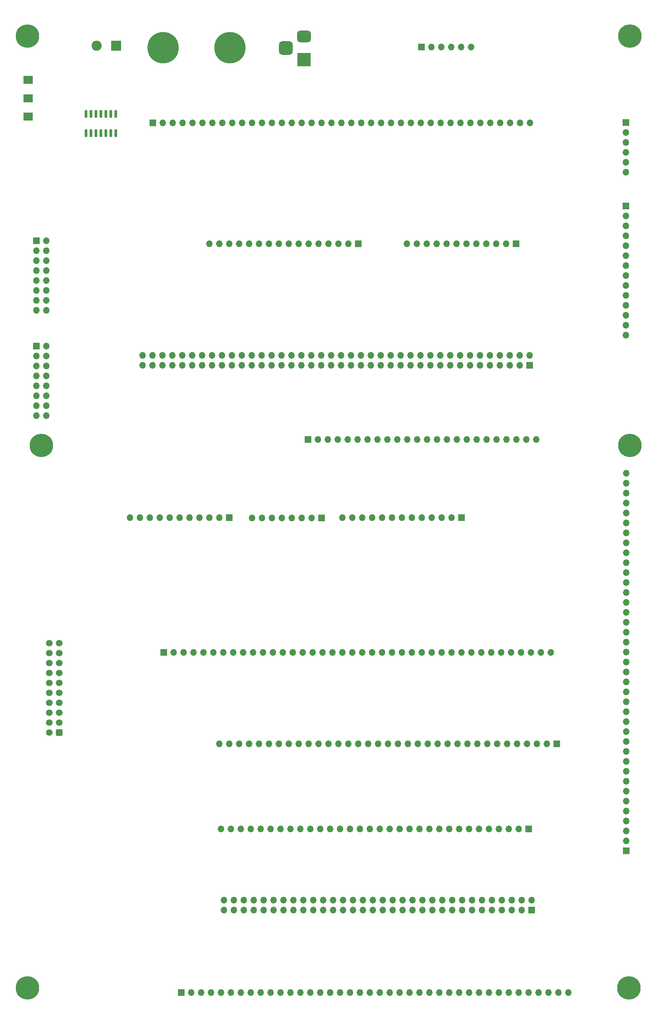
<source format=gbr>
%TF.GenerationSoftware,KiCad,Pcbnew,(6.0.0-0)*%
%TF.CreationDate,2022-10-19T23:06:28-04:00*%
%TF.ProjectId,Backplane-Concept-Vertical,4261636b-706c-4616-9e65-2d436f6e6365,rev?*%
%TF.SameCoordinates,Original*%
%TF.FileFunction,Soldermask,Top*%
%TF.FilePolarity,Negative*%
%FSLAX46Y46*%
G04 Gerber Fmt 4.6, Leading zero omitted, Abs format (unit mm)*
G04 Created by KiCad (PCBNEW (6.0.0-0)) date 2022-10-19 23:06:28*
%MOMM*%
%LPD*%
G01*
G04 APERTURE LIST*
G04 Aperture macros list*
%AMRoundRect*
0 Rectangle with rounded corners*
0 $1 Rounding radius*
0 $2 $3 $4 $5 $6 $7 $8 $9 X,Y pos of 4 corners*
0 Add a 4 corners polygon primitive as box body*
4,1,4,$2,$3,$4,$5,$6,$7,$8,$9,$2,$3,0*
0 Add four circle primitives for the rounded corners*
1,1,$1+$1,$2,$3*
1,1,$1+$1,$4,$5*
1,1,$1+$1,$6,$7*
1,1,$1+$1,$8,$9*
0 Add four rect primitives between the rounded corners*
20,1,$1+$1,$2,$3,$4,$5,0*
20,1,$1+$1,$4,$5,$6,$7,0*
20,1,$1+$1,$6,$7,$8,$9,0*
20,1,$1+$1,$8,$9,$2,$3,0*%
G04 Aperture macros list end*
%ADD10R,3.500000X3.500000*%
%ADD11RoundRect,0.750000X-1.000000X0.750000X-1.000000X-0.750000X1.000000X-0.750000X1.000000X0.750000X0*%
%ADD12RoundRect,0.875000X-0.875000X0.875000X-0.875000X-0.875000X0.875000X-0.875000X0.875000X0.875000X0*%
%ADD13RoundRect,0.250000X0.600000X0.600000X-0.600000X0.600000X-0.600000X-0.600000X0.600000X-0.600000X0*%
%ADD14C,1.700000*%
%ADD15R,1.700000X1.700000*%
%ADD16O,1.700000X1.700000*%
%ADD17C,0.800000*%
%ADD18C,6.000000*%
%ADD19C,8.000000*%
%ADD20RoundRect,0.150000X0.150000X-0.825000X0.150000X0.825000X-0.150000X0.825000X-0.150000X-0.825000X0*%
%ADD21R,2.600000X2.600000*%
%ADD22C,2.600000*%
%ADD23R,2.400000X2.000000*%
G04 APERTURE END LIST*
D10*
%TO.C,J22*%
X302455500Y-94440000D03*
D11*
X302455500Y-88440000D03*
D12*
X297755500Y-91440000D03*
%TD*%
D13*
%TO.C,J19*%
X239771500Y-266446000D03*
D14*
X237231500Y-266446000D03*
X239771500Y-263906000D03*
X237231500Y-263906000D03*
X239771500Y-261366000D03*
X237231500Y-261366000D03*
X239771500Y-258826000D03*
X237231500Y-258826000D03*
X239771500Y-256286000D03*
X237231500Y-256286000D03*
X239771500Y-253746000D03*
X237231500Y-253746000D03*
X239771500Y-251206000D03*
X237231500Y-251206000D03*
X239771500Y-248666000D03*
X237231500Y-248666000D03*
X239771500Y-246126000D03*
X237231500Y-246126000D03*
X239771500Y-243586000D03*
X237231500Y-243586000D03*
%TD*%
D15*
%TO.C,J9*%
X342782000Y-211504000D03*
D16*
X340242000Y-211504000D03*
X337702000Y-211504000D03*
X335162000Y-211504000D03*
X332622000Y-211504000D03*
X330082000Y-211504000D03*
X327542000Y-211504000D03*
X325002000Y-211504000D03*
X322462000Y-211504000D03*
X319922000Y-211504000D03*
X317382000Y-211504000D03*
X314842000Y-211504000D03*
X312302000Y-211504000D03*
%TD*%
D15*
%TO.C,J2*%
X283347000Y-211504000D03*
D16*
X280807000Y-211504000D03*
X278267000Y-211504000D03*
X275727000Y-211504000D03*
X273187000Y-211504000D03*
X270647000Y-211504000D03*
X268107000Y-211504000D03*
X265567000Y-211504000D03*
X263027000Y-211504000D03*
X260487000Y-211504000D03*
X257947000Y-211504000D03*
%TD*%
D17*
%TO.C,REF\u002A\u002A*%
X387416990Y-194630990D03*
X385826000Y-195290000D03*
X388076000Y-193040000D03*
D18*
X385826000Y-193040000D03*
D17*
X384235010Y-191449010D03*
X385826000Y-190790000D03*
X387416990Y-191449010D03*
X384235010Y-194630990D03*
X383576000Y-193040000D03*
%TD*%
D15*
%TO.C,J21*%
X271018000Y-332912000D03*
D16*
X273558000Y-332912000D03*
X276098000Y-332912000D03*
X278638000Y-332912000D03*
X281178000Y-332912000D03*
X283718000Y-332912000D03*
X286258000Y-332912000D03*
X288798000Y-332912000D03*
X291338000Y-332912000D03*
X293878000Y-332912000D03*
X296418000Y-332912000D03*
X298958000Y-332912000D03*
X301498000Y-332912000D03*
X304038000Y-332912000D03*
X306578000Y-332912000D03*
X309118000Y-332912000D03*
X311658000Y-332912000D03*
X314198000Y-332912000D03*
X316738000Y-332912000D03*
X319278000Y-332912000D03*
X321818000Y-332912000D03*
X324358000Y-332912000D03*
X326898000Y-332912000D03*
X329438000Y-332912000D03*
X331978000Y-332912000D03*
X334518000Y-332912000D03*
X337058000Y-332912000D03*
X339598000Y-332912000D03*
X342138000Y-332912000D03*
X344678000Y-332912000D03*
X347218000Y-332912000D03*
X349758000Y-332912000D03*
X352298000Y-332912000D03*
X354838000Y-332912000D03*
X357378000Y-332912000D03*
X359918000Y-332912000D03*
X362458000Y-332912000D03*
X364998000Y-332912000D03*
X367538000Y-332912000D03*
X370078000Y-332912000D03*
%TD*%
D15*
%TO.C,J5*%
X306951000Y-211595000D03*
D16*
X304411000Y-211595000D03*
X301871000Y-211595000D03*
X299331000Y-211595000D03*
X296791000Y-211595000D03*
X294251000Y-211595000D03*
X291711000Y-211595000D03*
X289171000Y-211595000D03*
%TD*%
D18*
%TO.C,REF\u002A\u002A*%
X385826000Y-88392000D03*
D17*
X383576000Y-88392000D03*
X388076000Y-88392000D03*
X387416990Y-89982990D03*
X385826000Y-86142000D03*
X384235010Y-89982990D03*
X384235010Y-86801010D03*
X387416990Y-86801010D03*
X385826000Y-90642000D03*
%TD*%
D15*
%TO.C,J17*%
X233934000Y-167640000D03*
D16*
X236474000Y-167640000D03*
X233934000Y-170180000D03*
X236474000Y-170180000D03*
X233934000Y-172720000D03*
X236474000Y-172720000D03*
X233934000Y-175260000D03*
X236474000Y-175260000D03*
X233934000Y-177800000D03*
X236474000Y-177800000D03*
X233934000Y-180340000D03*
X236474000Y-180340000D03*
X233934000Y-182880000D03*
X236474000Y-182880000D03*
X233934000Y-185420000D03*
X236474000Y-185420000D03*
%TD*%
D15*
%TO.C,J7*%
X367114000Y-269313000D03*
D16*
X364574000Y-269313000D03*
X362034000Y-269313000D03*
X359494000Y-269313000D03*
X356954000Y-269313000D03*
X354414000Y-269313000D03*
X351874000Y-269313000D03*
X349334000Y-269313000D03*
X346794000Y-269313000D03*
X344254000Y-269313000D03*
X341714000Y-269313000D03*
X339174000Y-269313000D03*
X336634000Y-269313000D03*
X334094000Y-269313000D03*
X331554000Y-269313000D03*
X329014000Y-269313000D03*
X326474000Y-269313000D03*
X323934000Y-269313000D03*
X321394000Y-269313000D03*
X318854000Y-269313000D03*
X316314000Y-269313000D03*
X313774000Y-269313000D03*
X311234000Y-269313000D03*
X308694000Y-269313000D03*
X306154000Y-269313000D03*
X303614000Y-269313000D03*
X301074000Y-269313000D03*
X298534000Y-269313000D03*
X295994000Y-269313000D03*
X293454000Y-269313000D03*
X290914000Y-269313000D03*
X288374000Y-269313000D03*
X285834000Y-269313000D03*
X283294000Y-269313000D03*
X280754000Y-269313000D03*
%TD*%
D19*
%TO.C,J12*%
X283464000Y-91376000D03*
%TD*%
%TO.C,J11*%
X266378000Y-91376000D03*
%TD*%
D15*
%TO.C,J14*%
X384810000Y-131826000D03*
D16*
X384810000Y-134366000D03*
X384810000Y-136906000D03*
X384810000Y-139446000D03*
X384810000Y-141986000D03*
X384810000Y-144526000D03*
X384810000Y-147066000D03*
X384810000Y-149606000D03*
X384810000Y-152146000D03*
X384810000Y-154686000D03*
X384810000Y-157226000D03*
X384810000Y-159766000D03*
X384810000Y-162306000D03*
X384810000Y-164846000D03*
%TD*%
D17*
%TO.C,REF\u002A\u002A*%
X383322000Y-331724000D03*
X385572000Y-333974000D03*
D18*
X385572000Y-331724000D03*
D17*
X383981010Y-333314990D03*
X385572000Y-329474000D03*
X387822000Y-331724000D03*
X387162990Y-330133010D03*
X387162990Y-333314990D03*
X383981010Y-330133010D03*
%TD*%
D20*
%TO.C,U1*%
X246634000Y-113219000D03*
X247904000Y-113219000D03*
X249174000Y-113219000D03*
X250444000Y-113219000D03*
X251714000Y-113219000D03*
X252984000Y-113219000D03*
X254254000Y-113219000D03*
X254254000Y-108269000D03*
X252984000Y-108269000D03*
X251714000Y-108269000D03*
X250444000Y-108269000D03*
X249174000Y-108269000D03*
X247904000Y-108269000D03*
X246634000Y-108269000D03*
%TD*%
D15*
%TO.C,J8*%
X316298000Y-141489000D03*
D16*
X313758000Y-141489000D03*
X311218000Y-141489000D03*
X308678000Y-141489000D03*
X306138000Y-141489000D03*
X303598000Y-141489000D03*
X301058000Y-141489000D03*
X298518000Y-141489000D03*
X295978000Y-141489000D03*
X293438000Y-141489000D03*
X290898000Y-141489000D03*
X288358000Y-141489000D03*
X285818000Y-141489000D03*
X283278000Y-141489000D03*
X280738000Y-141489000D03*
X278198000Y-141489000D03*
%TD*%
D15*
%TO.C,J15*%
X263720000Y-110620000D03*
D16*
X266260000Y-110620000D03*
X268800000Y-110620000D03*
X271340000Y-110620000D03*
X273880000Y-110620000D03*
X276420000Y-110620000D03*
X278960000Y-110620000D03*
X281500000Y-110620000D03*
X284040000Y-110620000D03*
X286580000Y-110620000D03*
X289120000Y-110620000D03*
X291660000Y-110620000D03*
X294200000Y-110620000D03*
X296740000Y-110620000D03*
X299280000Y-110620000D03*
X301820000Y-110620000D03*
X304360000Y-110620000D03*
X306900000Y-110620000D03*
X309440000Y-110620000D03*
X311980000Y-110620000D03*
X314520000Y-110620000D03*
X317060000Y-110620000D03*
X319600000Y-110620000D03*
X322140000Y-110620000D03*
X324680000Y-110620000D03*
X327220000Y-110620000D03*
X329760000Y-110620000D03*
X332300000Y-110620000D03*
X334840000Y-110620000D03*
X337380000Y-110620000D03*
X339920000Y-110620000D03*
X342460000Y-110620000D03*
X345000000Y-110620000D03*
X347540000Y-110620000D03*
X350080000Y-110620000D03*
X352620000Y-110620000D03*
X355160000Y-110620000D03*
X357700000Y-110620000D03*
X360240000Y-110620000D03*
%TD*%
D21*
%TO.C,J13*%
X254400000Y-90817000D03*
D22*
X249400000Y-90817000D03*
%TD*%
D15*
%TO.C,J16*%
X384914000Y-296672000D03*
D16*
X384914000Y-294132000D03*
X384914000Y-291592000D03*
X384914000Y-289052000D03*
X384914000Y-286512000D03*
X384914000Y-283972000D03*
X384914000Y-281432000D03*
X384914000Y-278892000D03*
X384914000Y-276352000D03*
X384914000Y-273812000D03*
X384914000Y-271272000D03*
X384914000Y-268732000D03*
X384914000Y-266192000D03*
X384914000Y-263652000D03*
X384914000Y-261112000D03*
X384914000Y-258572000D03*
X384914000Y-256032000D03*
X384914000Y-253492000D03*
X384914000Y-250952000D03*
X384914000Y-248412000D03*
X384914000Y-245872000D03*
X384914000Y-243332000D03*
X384914000Y-240792000D03*
X384914000Y-238252000D03*
X384914000Y-235712000D03*
X384914000Y-233172000D03*
X384914000Y-230632000D03*
X384914000Y-228092000D03*
X384914000Y-225552000D03*
X384914000Y-223012000D03*
X384914000Y-220472000D03*
X384914000Y-217932000D03*
X384914000Y-215392000D03*
X384914000Y-212852000D03*
X384914000Y-210312000D03*
X384914000Y-207772000D03*
X384914000Y-205232000D03*
X384914000Y-202692000D03*
X384914000Y-200152000D03*
%TD*%
D15*
%TO.C,J6*%
X266530000Y-245973000D03*
D16*
X269070000Y-245973000D03*
X271610000Y-245973000D03*
X274150000Y-245973000D03*
X276690000Y-245973000D03*
X279230000Y-245973000D03*
X281770000Y-245973000D03*
X284310000Y-245973000D03*
X286850000Y-245973000D03*
X289390000Y-245973000D03*
X291930000Y-245973000D03*
X294470000Y-245973000D03*
X297010000Y-245973000D03*
X299550000Y-245973000D03*
X302090000Y-245973000D03*
X304630000Y-245973000D03*
X307170000Y-245973000D03*
X309710000Y-245973000D03*
X312250000Y-245973000D03*
X314790000Y-245973000D03*
X317330000Y-245973000D03*
X319870000Y-245973000D03*
X322410000Y-245973000D03*
X324950000Y-245973000D03*
X327490000Y-245973000D03*
X330030000Y-245973000D03*
X332570000Y-245973000D03*
X335110000Y-245973000D03*
X337650000Y-245973000D03*
X340190000Y-245973000D03*
X342730000Y-245973000D03*
X345270000Y-245973000D03*
X347810000Y-245973000D03*
X350350000Y-245973000D03*
X352890000Y-245973000D03*
X355430000Y-245973000D03*
X357970000Y-245973000D03*
X360510000Y-245973000D03*
X363050000Y-245973000D03*
X365590000Y-245973000D03*
%TD*%
D23*
%TO.C,SW1*%
X231871000Y-99605000D03*
X231871000Y-104304000D03*
X231871000Y-109003000D03*
%TD*%
D15*
%TO.C,J1*%
X360172000Y-172583000D03*
D16*
X360172000Y-170043000D03*
X357632000Y-172583000D03*
X357632000Y-170043000D03*
X355092000Y-172583000D03*
X355092000Y-170043000D03*
X352552000Y-172583000D03*
X352552000Y-170043000D03*
X350012000Y-172583000D03*
X350012000Y-170043000D03*
X347472000Y-172583000D03*
X347472000Y-170043000D03*
X344932000Y-172583000D03*
X344932000Y-170043000D03*
X342392000Y-172583000D03*
X342392000Y-170043000D03*
X339852000Y-172583000D03*
X339852000Y-170043000D03*
X337312000Y-172583000D03*
X337312000Y-170043000D03*
X334772000Y-172583000D03*
X334772000Y-170043000D03*
X332232000Y-172583000D03*
X332232000Y-170043000D03*
X329692000Y-172583000D03*
X329692000Y-170043000D03*
X327152000Y-172583000D03*
X327152000Y-170043000D03*
X324612000Y-172583000D03*
X324612000Y-170043000D03*
X322072000Y-172583000D03*
X322072000Y-170043000D03*
X319532000Y-172583000D03*
X319532000Y-170043000D03*
X316992000Y-172583000D03*
X316992000Y-170043000D03*
X314452000Y-172583000D03*
X314452000Y-170043000D03*
X311912000Y-172583000D03*
X311912000Y-170043000D03*
X309372000Y-172583000D03*
X309372000Y-170043000D03*
X306832000Y-172583000D03*
X306832000Y-170043000D03*
X304292000Y-172583000D03*
X304292000Y-170043000D03*
X301752000Y-172583000D03*
X301752000Y-170043000D03*
X299212000Y-172583000D03*
X299212000Y-170043000D03*
X296672000Y-172583000D03*
X296672000Y-170043000D03*
X294132000Y-172583000D03*
X294132000Y-170043000D03*
X291592000Y-172583000D03*
X291592000Y-170043000D03*
X289052000Y-172583000D03*
X289052000Y-170043000D03*
X286512000Y-172583000D03*
X286512000Y-170043000D03*
X283972000Y-172583000D03*
X283972000Y-170043000D03*
X281432000Y-172583000D03*
X281432000Y-170043000D03*
X278892000Y-172583000D03*
X278892000Y-170043000D03*
X276352000Y-172583000D03*
X276352000Y-170043000D03*
X273812000Y-172583000D03*
X273812000Y-170043000D03*
X271272000Y-172583000D03*
X271272000Y-170043000D03*
X268732000Y-172583000D03*
X268732000Y-170043000D03*
X266192000Y-172583000D03*
X266192000Y-170043000D03*
X263652000Y-172583000D03*
X263652000Y-170043000D03*
X261112000Y-172583000D03*
X261112000Y-170043000D03*
%TD*%
D15*
%TO.C,J18*%
X359918000Y-291084000D03*
D16*
X357378000Y-291084000D03*
X354838000Y-291084000D03*
X352298000Y-291084000D03*
X349758000Y-291084000D03*
X347218000Y-291084000D03*
X344678000Y-291084000D03*
X342138000Y-291084000D03*
X339598000Y-291084000D03*
X337058000Y-291084000D03*
X334518000Y-291084000D03*
X331978000Y-291084000D03*
X329438000Y-291084000D03*
X326898000Y-291084000D03*
X324358000Y-291084000D03*
X321818000Y-291084000D03*
X319278000Y-291084000D03*
X316738000Y-291084000D03*
X314198000Y-291084000D03*
X311658000Y-291084000D03*
X309118000Y-291084000D03*
X306578000Y-291084000D03*
X304038000Y-291084000D03*
X301498000Y-291084000D03*
X298958000Y-291084000D03*
X296418000Y-291084000D03*
X293878000Y-291084000D03*
X291338000Y-291084000D03*
X288798000Y-291084000D03*
X286258000Y-291084000D03*
X283718000Y-291084000D03*
X281178000Y-291084000D03*
%TD*%
D15*
%TO.C,J25*%
X360680000Y-311850000D03*
D16*
X360680000Y-309310000D03*
X358140000Y-311850000D03*
X358140000Y-309310000D03*
X355600000Y-311850000D03*
X355600000Y-309310000D03*
X353060000Y-311850000D03*
X353060000Y-309310000D03*
X350520000Y-311850000D03*
X350520000Y-309310000D03*
X347980000Y-311850000D03*
X347980000Y-309310000D03*
X345440000Y-311850000D03*
X345440000Y-309310000D03*
X342900000Y-311850000D03*
X342900000Y-309310000D03*
X340360000Y-311850000D03*
X340360000Y-309310000D03*
X337820000Y-311850000D03*
X337820000Y-309310000D03*
X335280000Y-311850000D03*
X335280000Y-309310000D03*
X332740000Y-311850000D03*
X332740000Y-309310000D03*
X330200000Y-311850000D03*
X330200000Y-309310000D03*
X327660000Y-311850000D03*
X327660000Y-309310000D03*
X325120000Y-311850000D03*
X325120000Y-309310000D03*
X322580000Y-311850000D03*
X322580000Y-309310000D03*
X320040000Y-311850000D03*
X320040000Y-309310000D03*
X317500000Y-311850000D03*
X317500000Y-309310000D03*
X314960000Y-311850000D03*
X314960000Y-309310000D03*
X312420000Y-311850000D03*
X312420000Y-309310000D03*
X309880000Y-311850000D03*
X309880000Y-309310000D03*
X307340000Y-311850000D03*
X307340000Y-309310000D03*
X304800000Y-311850000D03*
X304800000Y-309310000D03*
X302260000Y-311850000D03*
X302260000Y-309310000D03*
X299720000Y-311850000D03*
X299720000Y-309310000D03*
X297180000Y-311850000D03*
X297180000Y-309310000D03*
X294640000Y-311850000D03*
X294640000Y-309310000D03*
X292100000Y-311850000D03*
X292100000Y-309310000D03*
X289560000Y-311850000D03*
X289560000Y-309310000D03*
X287020000Y-311850000D03*
X287020000Y-309310000D03*
X284480000Y-311850000D03*
X284480000Y-309310000D03*
X281940000Y-311850000D03*
X281940000Y-309310000D03*
%TD*%
D15*
%TO.C,J23*%
X233934000Y-140716000D03*
D16*
X236474000Y-140716000D03*
X233934000Y-143256000D03*
X236474000Y-143256000D03*
X233934000Y-145796000D03*
X236474000Y-145796000D03*
X233934000Y-148336000D03*
X236474000Y-148336000D03*
X233934000Y-150876000D03*
X236474000Y-150876000D03*
X233934000Y-153416000D03*
X236474000Y-153416000D03*
X233934000Y-155956000D03*
X236474000Y-155956000D03*
X233934000Y-158496000D03*
X236474000Y-158496000D03*
%TD*%
D15*
%TO.C,J4*%
X303490000Y-191513000D03*
D16*
X306030000Y-191513000D03*
X308570000Y-191513000D03*
X311110000Y-191513000D03*
X313650000Y-191513000D03*
X316190000Y-191513000D03*
X318730000Y-191513000D03*
X321270000Y-191513000D03*
X323810000Y-191513000D03*
X326350000Y-191513000D03*
X328890000Y-191513000D03*
X331430000Y-191513000D03*
X333970000Y-191513000D03*
X336510000Y-191513000D03*
X339050000Y-191513000D03*
X341590000Y-191513000D03*
X344130000Y-191513000D03*
X346670000Y-191513000D03*
X349210000Y-191513000D03*
X351750000Y-191513000D03*
X354290000Y-191513000D03*
X356830000Y-191513000D03*
X359370000Y-191513000D03*
X361910000Y-191513000D03*
%TD*%
D15*
%TO.C,J10*%
X332486000Y-91186000D03*
D16*
X335026000Y-91186000D03*
X337566000Y-91186000D03*
X340106000Y-91186000D03*
X342646000Y-91186000D03*
X345186000Y-91186000D03*
%TD*%
D17*
%TO.C,REF\u002A\u002A*%
X233898000Y-331724000D03*
X229398000Y-331724000D03*
X233238990Y-333314990D03*
X231648000Y-333974000D03*
X230057010Y-333314990D03*
X230057010Y-330133010D03*
X233238990Y-330133010D03*
X231648000Y-329474000D03*
D18*
X231648000Y-331724000D03*
%TD*%
D17*
%TO.C,REF\u002A\u002A*%
X229398000Y-88392000D03*
X231648000Y-90642000D03*
D18*
X231648000Y-88392000D03*
D17*
X233238990Y-86801010D03*
X233238990Y-89982990D03*
X233898000Y-88392000D03*
X230057010Y-86801010D03*
X231648000Y-86142000D03*
X230057010Y-89982990D03*
%TD*%
%TO.C,REF\u002A\u002A*%
X236794990Y-194630990D03*
X237454000Y-193040000D03*
X233613010Y-191449010D03*
D18*
X235204000Y-193040000D03*
D17*
X235204000Y-195290000D03*
X233613010Y-194630990D03*
X235204000Y-190790000D03*
X236794990Y-191449010D03*
X232954000Y-193040000D03*
%TD*%
D15*
%TO.C,J3*%
X356764000Y-141493000D03*
D16*
X354224000Y-141493000D03*
X351684000Y-141493000D03*
X349144000Y-141493000D03*
X346604000Y-141493000D03*
X344064000Y-141493000D03*
X341524000Y-141493000D03*
X338984000Y-141493000D03*
X336444000Y-141493000D03*
X333904000Y-141493000D03*
X331364000Y-141493000D03*
X328824000Y-141493000D03*
%TD*%
D15*
%TO.C,J20*%
X384810000Y-110490000D03*
D16*
X384810000Y-113030000D03*
X384810000Y-115570000D03*
X384810000Y-118110000D03*
X384810000Y-120650000D03*
X384810000Y-123190000D03*
%TD*%
M02*

</source>
